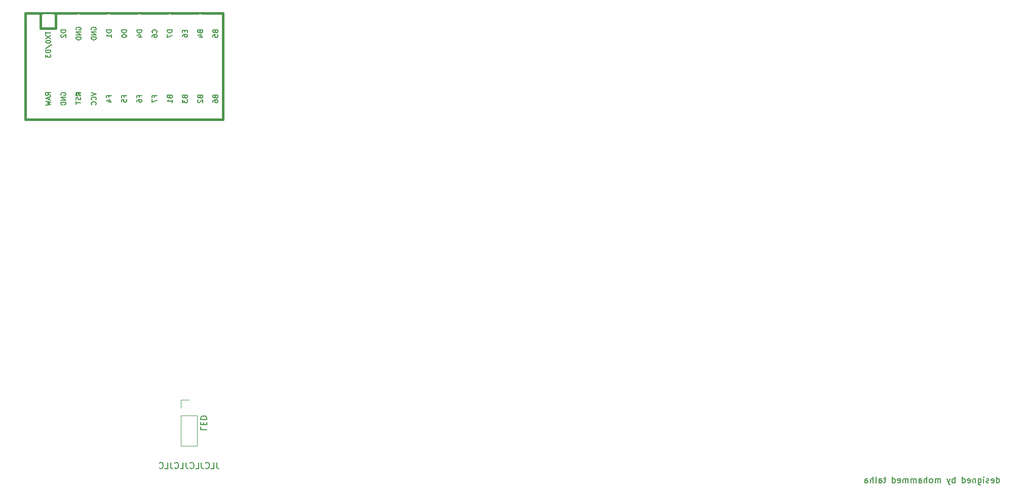
<source format=gbo>
G04 #@! TF.GenerationSoftware,KiCad,Pcbnew,9.0.2*
G04 #@! TF.CreationDate,2025-07-10T02:03:08+05:30*
G04 #@! TF.ProjectId,meowboard,6d656f77-626f-4617-9264-2e6b69636164,rev?*
G04 #@! TF.SameCoordinates,Original*
G04 #@! TF.FileFunction,Legend,Bot*
G04 #@! TF.FilePolarity,Positive*
%FSLAX46Y46*%
G04 Gerber Fmt 4.6, Leading zero omitted, Abs format (unit mm)*
G04 Created by KiCad (PCBNEW 9.0.2) date 2025-07-10 02:03:08*
%MOMM*%
%LPD*%
G01*
G04 APERTURE LIST*
%ADD10C,0.150000*%
%ADD11C,0.381000*%
%ADD12C,0.120000*%
%ADD13R,1.752600X1.752600*%
%ADD14C,1.752600*%
%ADD15C,1.700000*%
%ADD16C,4.000000*%
%ADD17C,2.200000*%
%ADD18C,1.600000*%
%ADD19C,3.050000*%
%ADD20R,1.500000X1.500000*%
%ADD21O,1.500000X1.500000*%
%ADD22R,1.600000X1.600000*%
%ADD23O,1.600000X1.600000*%
%ADD24R,1.700000X1.700000*%
%ADD25O,1.700000X1.700000*%
%ADD26O,2.000000X3.200000*%
%ADD27R,2.000000X2.000000*%
%ADD28C,2.000000*%
G04 APERTURE END LIST*
D10*
X85794048Y-116442319D02*
X85794048Y-117156604D01*
X85794048Y-117156604D02*
X85841667Y-117299461D01*
X85841667Y-117299461D02*
X85936905Y-117394700D01*
X85936905Y-117394700D02*
X86079762Y-117442319D01*
X86079762Y-117442319D02*
X86175000Y-117442319D01*
X84841667Y-117442319D02*
X85317857Y-117442319D01*
X85317857Y-117442319D02*
X85317857Y-116442319D01*
X83936905Y-117347080D02*
X83984524Y-117394700D01*
X83984524Y-117394700D02*
X84127381Y-117442319D01*
X84127381Y-117442319D02*
X84222619Y-117442319D01*
X84222619Y-117442319D02*
X84365476Y-117394700D01*
X84365476Y-117394700D02*
X84460714Y-117299461D01*
X84460714Y-117299461D02*
X84508333Y-117204223D01*
X84508333Y-117204223D02*
X84555952Y-117013747D01*
X84555952Y-117013747D02*
X84555952Y-116870890D01*
X84555952Y-116870890D02*
X84508333Y-116680414D01*
X84508333Y-116680414D02*
X84460714Y-116585176D01*
X84460714Y-116585176D02*
X84365476Y-116489938D01*
X84365476Y-116489938D02*
X84222619Y-116442319D01*
X84222619Y-116442319D02*
X84127381Y-116442319D01*
X84127381Y-116442319D02*
X83984524Y-116489938D01*
X83984524Y-116489938D02*
X83936905Y-116537557D01*
X83222619Y-116442319D02*
X83222619Y-117156604D01*
X83222619Y-117156604D02*
X83270238Y-117299461D01*
X83270238Y-117299461D02*
X83365476Y-117394700D01*
X83365476Y-117394700D02*
X83508333Y-117442319D01*
X83508333Y-117442319D02*
X83603571Y-117442319D01*
X82270238Y-117442319D02*
X82746428Y-117442319D01*
X82746428Y-117442319D02*
X82746428Y-116442319D01*
X81365476Y-117347080D02*
X81413095Y-117394700D01*
X81413095Y-117394700D02*
X81555952Y-117442319D01*
X81555952Y-117442319D02*
X81651190Y-117442319D01*
X81651190Y-117442319D02*
X81794047Y-117394700D01*
X81794047Y-117394700D02*
X81889285Y-117299461D01*
X81889285Y-117299461D02*
X81936904Y-117204223D01*
X81936904Y-117204223D02*
X81984523Y-117013747D01*
X81984523Y-117013747D02*
X81984523Y-116870890D01*
X81984523Y-116870890D02*
X81936904Y-116680414D01*
X81936904Y-116680414D02*
X81889285Y-116585176D01*
X81889285Y-116585176D02*
X81794047Y-116489938D01*
X81794047Y-116489938D02*
X81651190Y-116442319D01*
X81651190Y-116442319D02*
X81555952Y-116442319D01*
X81555952Y-116442319D02*
X81413095Y-116489938D01*
X81413095Y-116489938D02*
X81365476Y-116537557D01*
X80651190Y-116442319D02*
X80651190Y-117156604D01*
X80651190Y-117156604D02*
X80698809Y-117299461D01*
X80698809Y-117299461D02*
X80794047Y-117394700D01*
X80794047Y-117394700D02*
X80936904Y-117442319D01*
X80936904Y-117442319D02*
X81032142Y-117442319D01*
X79698809Y-117442319D02*
X80174999Y-117442319D01*
X80174999Y-117442319D02*
X80174999Y-116442319D01*
X78794047Y-117347080D02*
X78841666Y-117394700D01*
X78841666Y-117394700D02*
X78984523Y-117442319D01*
X78984523Y-117442319D02*
X79079761Y-117442319D01*
X79079761Y-117442319D02*
X79222618Y-117394700D01*
X79222618Y-117394700D02*
X79317856Y-117299461D01*
X79317856Y-117299461D02*
X79365475Y-117204223D01*
X79365475Y-117204223D02*
X79413094Y-117013747D01*
X79413094Y-117013747D02*
X79413094Y-116870890D01*
X79413094Y-116870890D02*
X79365475Y-116680414D01*
X79365475Y-116680414D02*
X79317856Y-116585176D01*
X79317856Y-116585176D02*
X79222618Y-116489938D01*
X79222618Y-116489938D02*
X79079761Y-116442319D01*
X79079761Y-116442319D02*
X78984523Y-116442319D01*
X78984523Y-116442319D02*
X78841666Y-116489938D01*
X78841666Y-116489938D02*
X78794047Y-116537557D01*
X78079761Y-116442319D02*
X78079761Y-117156604D01*
X78079761Y-117156604D02*
X78127380Y-117299461D01*
X78127380Y-117299461D02*
X78222618Y-117394700D01*
X78222618Y-117394700D02*
X78365475Y-117442319D01*
X78365475Y-117442319D02*
X78460713Y-117442319D01*
X77127380Y-117442319D02*
X77603570Y-117442319D01*
X77603570Y-117442319D02*
X77603570Y-116442319D01*
X76222618Y-117347080D02*
X76270237Y-117394700D01*
X76270237Y-117394700D02*
X76413094Y-117442319D01*
X76413094Y-117442319D02*
X76508332Y-117442319D01*
X76508332Y-117442319D02*
X76651189Y-117394700D01*
X76651189Y-117394700D02*
X76746427Y-117299461D01*
X76746427Y-117299461D02*
X76794046Y-117204223D01*
X76794046Y-117204223D02*
X76841665Y-117013747D01*
X76841665Y-117013747D02*
X76841665Y-116870890D01*
X76841665Y-116870890D02*
X76794046Y-116680414D01*
X76794046Y-116680414D02*
X76746427Y-116585176D01*
X76746427Y-116585176D02*
X76651189Y-116489938D01*
X76651189Y-116489938D02*
X76508332Y-116442319D01*
X76508332Y-116442319D02*
X76413094Y-116442319D01*
X76413094Y-116442319D02*
X76270237Y-116489938D01*
X76270237Y-116489938D02*
X76222618Y-116537557D01*
X216086905Y-119829819D02*
X216086905Y-118829819D01*
X216086905Y-119782200D02*
X216182143Y-119829819D01*
X216182143Y-119829819D02*
X216372619Y-119829819D01*
X216372619Y-119829819D02*
X216467857Y-119782200D01*
X216467857Y-119782200D02*
X216515476Y-119734580D01*
X216515476Y-119734580D02*
X216563095Y-119639342D01*
X216563095Y-119639342D02*
X216563095Y-119353628D01*
X216563095Y-119353628D02*
X216515476Y-119258390D01*
X216515476Y-119258390D02*
X216467857Y-119210771D01*
X216467857Y-119210771D02*
X216372619Y-119163152D01*
X216372619Y-119163152D02*
X216182143Y-119163152D01*
X216182143Y-119163152D02*
X216086905Y-119210771D01*
X215229762Y-119782200D02*
X215325000Y-119829819D01*
X215325000Y-119829819D02*
X215515476Y-119829819D01*
X215515476Y-119829819D02*
X215610714Y-119782200D01*
X215610714Y-119782200D02*
X215658333Y-119686961D01*
X215658333Y-119686961D02*
X215658333Y-119306009D01*
X215658333Y-119306009D02*
X215610714Y-119210771D01*
X215610714Y-119210771D02*
X215515476Y-119163152D01*
X215515476Y-119163152D02*
X215325000Y-119163152D01*
X215325000Y-119163152D02*
X215229762Y-119210771D01*
X215229762Y-119210771D02*
X215182143Y-119306009D01*
X215182143Y-119306009D02*
X215182143Y-119401247D01*
X215182143Y-119401247D02*
X215658333Y-119496485D01*
X214801190Y-119782200D02*
X214705952Y-119829819D01*
X214705952Y-119829819D02*
X214515476Y-119829819D01*
X214515476Y-119829819D02*
X214420238Y-119782200D01*
X214420238Y-119782200D02*
X214372619Y-119686961D01*
X214372619Y-119686961D02*
X214372619Y-119639342D01*
X214372619Y-119639342D02*
X214420238Y-119544104D01*
X214420238Y-119544104D02*
X214515476Y-119496485D01*
X214515476Y-119496485D02*
X214658333Y-119496485D01*
X214658333Y-119496485D02*
X214753571Y-119448866D01*
X214753571Y-119448866D02*
X214801190Y-119353628D01*
X214801190Y-119353628D02*
X214801190Y-119306009D01*
X214801190Y-119306009D02*
X214753571Y-119210771D01*
X214753571Y-119210771D02*
X214658333Y-119163152D01*
X214658333Y-119163152D02*
X214515476Y-119163152D01*
X214515476Y-119163152D02*
X214420238Y-119210771D01*
X213944047Y-119829819D02*
X213944047Y-119163152D01*
X213944047Y-118829819D02*
X213991666Y-118877438D01*
X213991666Y-118877438D02*
X213944047Y-118925057D01*
X213944047Y-118925057D02*
X213896428Y-118877438D01*
X213896428Y-118877438D02*
X213944047Y-118829819D01*
X213944047Y-118829819D02*
X213944047Y-118925057D01*
X213039286Y-119163152D02*
X213039286Y-119972676D01*
X213039286Y-119972676D02*
X213086905Y-120067914D01*
X213086905Y-120067914D02*
X213134524Y-120115533D01*
X213134524Y-120115533D02*
X213229762Y-120163152D01*
X213229762Y-120163152D02*
X213372619Y-120163152D01*
X213372619Y-120163152D02*
X213467857Y-120115533D01*
X213039286Y-119782200D02*
X213134524Y-119829819D01*
X213134524Y-119829819D02*
X213325000Y-119829819D01*
X213325000Y-119829819D02*
X213420238Y-119782200D01*
X213420238Y-119782200D02*
X213467857Y-119734580D01*
X213467857Y-119734580D02*
X213515476Y-119639342D01*
X213515476Y-119639342D02*
X213515476Y-119353628D01*
X213515476Y-119353628D02*
X213467857Y-119258390D01*
X213467857Y-119258390D02*
X213420238Y-119210771D01*
X213420238Y-119210771D02*
X213325000Y-119163152D01*
X213325000Y-119163152D02*
X213134524Y-119163152D01*
X213134524Y-119163152D02*
X213039286Y-119210771D01*
X212563095Y-119163152D02*
X212563095Y-119829819D01*
X212563095Y-119258390D02*
X212515476Y-119210771D01*
X212515476Y-119210771D02*
X212420238Y-119163152D01*
X212420238Y-119163152D02*
X212277381Y-119163152D01*
X212277381Y-119163152D02*
X212182143Y-119210771D01*
X212182143Y-119210771D02*
X212134524Y-119306009D01*
X212134524Y-119306009D02*
X212134524Y-119829819D01*
X211277381Y-119782200D02*
X211372619Y-119829819D01*
X211372619Y-119829819D02*
X211563095Y-119829819D01*
X211563095Y-119829819D02*
X211658333Y-119782200D01*
X211658333Y-119782200D02*
X211705952Y-119686961D01*
X211705952Y-119686961D02*
X211705952Y-119306009D01*
X211705952Y-119306009D02*
X211658333Y-119210771D01*
X211658333Y-119210771D02*
X211563095Y-119163152D01*
X211563095Y-119163152D02*
X211372619Y-119163152D01*
X211372619Y-119163152D02*
X211277381Y-119210771D01*
X211277381Y-119210771D02*
X211229762Y-119306009D01*
X211229762Y-119306009D02*
X211229762Y-119401247D01*
X211229762Y-119401247D02*
X211705952Y-119496485D01*
X210372619Y-119829819D02*
X210372619Y-118829819D01*
X210372619Y-119782200D02*
X210467857Y-119829819D01*
X210467857Y-119829819D02*
X210658333Y-119829819D01*
X210658333Y-119829819D02*
X210753571Y-119782200D01*
X210753571Y-119782200D02*
X210801190Y-119734580D01*
X210801190Y-119734580D02*
X210848809Y-119639342D01*
X210848809Y-119639342D02*
X210848809Y-119353628D01*
X210848809Y-119353628D02*
X210801190Y-119258390D01*
X210801190Y-119258390D02*
X210753571Y-119210771D01*
X210753571Y-119210771D02*
X210658333Y-119163152D01*
X210658333Y-119163152D02*
X210467857Y-119163152D01*
X210467857Y-119163152D02*
X210372619Y-119210771D01*
X209134523Y-119829819D02*
X209134523Y-118829819D01*
X209134523Y-119210771D02*
X209039285Y-119163152D01*
X209039285Y-119163152D02*
X208848809Y-119163152D01*
X208848809Y-119163152D02*
X208753571Y-119210771D01*
X208753571Y-119210771D02*
X208705952Y-119258390D01*
X208705952Y-119258390D02*
X208658333Y-119353628D01*
X208658333Y-119353628D02*
X208658333Y-119639342D01*
X208658333Y-119639342D02*
X208705952Y-119734580D01*
X208705952Y-119734580D02*
X208753571Y-119782200D01*
X208753571Y-119782200D02*
X208848809Y-119829819D01*
X208848809Y-119829819D02*
X209039285Y-119829819D01*
X209039285Y-119829819D02*
X209134523Y-119782200D01*
X208324999Y-119163152D02*
X208086904Y-119829819D01*
X207848809Y-119163152D02*
X208086904Y-119829819D01*
X208086904Y-119829819D02*
X208182142Y-120067914D01*
X208182142Y-120067914D02*
X208229761Y-120115533D01*
X208229761Y-120115533D02*
X208324999Y-120163152D01*
X206705951Y-119829819D02*
X206705951Y-119163152D01*
X206705951Y-119258390D02*
X206658332Y-119210771D01*
X206658332Y-119210771D02*
X206563094Y-119163152D01*
X206563094Y-119163152D02*
X206420237Y-119163152D01*
X206420237Y-119163152D02*
X206324999Y-119210771D01*
X206324999Y-119210771D02*
X206277380Y-119306009D01*
X206277380Y-119306009D02*
X206277380Y-119829819D01*
X206277380Y-119306009D02*
X206229761Y-119210771D01*
X206229761Y-119210771D02*
X206134523Y-119163152D01*
X206134523Y-119163152D02*
X205991666Y-119163152D01*
X205991666Y-119163152D02*
X205896427Y-119210771D01*
X205896427Y-119210771D02*
X205848808Y-119306009D01*
X205848808Y-119306009D02*
X205848808Y-119829819D01*
X205229761Y-119829819D02*
X205324999Y-119782200D01*
X205324999Y-119782200D02*
X205372618Y-119734580D01*
X205372618Y-119734580D02*
X205420237Y-119639342D01*
X205420237Y-119639342D02*
X205420237Y-119353628D01*
X205420237Y-119353628D02*
X205372618Y-119258390D01*
X205372618Y-119258390D02*
X205324999Y-119210771D01*
X205324999Y-119210771D02*
X205229761Y-119163152D01*
X205229761Y-119163152D02*
X205086904Y-119163152D01*
X205086904Y-119163152D02*
X204991666Y-119210771D01*
X204991666Y-119210771D02*
X204944047Y-119258390D01*
X204944047Y-119258390D02*
X204896428Y-119353628D01*
X204896428Y-119353628D02*
X204896428Y-119639342D01*
X204896428Y-119639342D02*
X204944047Y-119734580D01*
X204944047Y-119734580D02*
X204991666Y-119782200D01*
X204991666Y-119782200D02*
X205086904Y-119829819D01*
X205086904Y-119829819D02*
X205229761Y-119829819D01*
X204467856Y-119829819D02*
X204467856Y-118829819D01*
X204039285Y-119829819D02*
X204039285Y-119306009D01*
X204039285Y-119306009D02*
X204086904Y-119210771D01*
X204086904Y-119210771D02*
X204182142Y-119163152D01*
X204182142Y-119163152D02*
X204324999Y-119163152D01*
X204324999Y-119163152D02*
X204420237Y-119210771D01*
X204420237Y-119210771D02*
X204467856Y-119258390D01*
X203134523Y-119829819D02*
X203134523Y-119306009D01*
X203134523Y-119306009D02*
X203182142Y-119210771D01*
X203182142Y-119210771D02*
X203277380Y-119163152D01*
X203277380Y-119163152D02*
X203467856Y-119163152D01*
X203467856Y-119163152D02*
X203563094Y-119210771D01*
X203134523Y-119782200D02*
X203229761Y-119829819D01*
X203229761Y-119829819D02*
X203467856Y-119829819D01*
X203467856Y-119829819D02*
X203563094Y-119782200D01*
X203563094Y-119782200D02*
X203610713Y-119686961D01*
X203610713Y-119686961D02*
X203610713Y-119591723D01*
X203610713Y-119591723D02*
X203563094Y-119496485D01*
X203563094Y-119496485D02*
X203467856Y-119448866D01*
X203467856Y-119448866D02*
X203229761Y-119448866D01*
X203229761Y-119448866D02*
X203134523Y-119401247D01*
X202658332Y-119829819D02*
X202658332Y-119163152D01*
X202658332Y-119258390D02*
X202610713Y-119210771D01*
X202610713Y-119210771D02*
X202515475Y-119163152D01*
X202515475Y-119163152D02*
X202372618Y-119163152D01*
X202372618Y-119163152D02*
X202277380Y-119210771D01*
X202277380Y-119210771D02*
X202229761Y-119306009D01*
X202229761Y-119306009D02*
X202229761Y-119829819D01*
X202229761Y-119306009D02*
X202182142Y-119210771D01*
X202182142Y-119210771D02*
X202086904Y-119163152D01*
X202086904Y-119163152D02*
X201944047Y-119163152D01*
X201944047Y-119163152D02*
X201848808Y-119210771D01*
X201848808Y-119210771D02*
X201801189Y-119306009D01*
X201801189Y-119306009D02*
X201801189Y-119829819D01*
X201324999Y-119829819D02*
X201324999Y-119163152D01*
X201324999Y-119258390D02*
X201277380Y-119210771D01*
X201277380Y-119210771D02*
X201182142Y-119163152D01*
X201182142Y-119163152D02*
X201039285Y-119163152D01*
X201039285Y-119163152D02*
X200944047Y-119210771D01*
X200944047Y-119210771D02*
X200896428Y-119306009D01*
X200896428Y-119306009D02*
X200896428Y-119829819D01*
X200896428Y-119306009D02*
X200848809Y-119210771D01*
X200848809Y-119210771D02*
X200753571Y-119163152D01*
X200753571Y-119163152D02*
X200610714Y-119163152D01*
X200610714Y-119163152D02*
X200515475Y-119210771D01*
X200515475Y-119210771D02*
X200467856Y-119306009D01*
X200467856Y-119306009D02*
X200467856Y-119829819D01*
X199610714Y-119782200D02*
X199705952Y-119829819D01*
X199705952Y-119829819D02*
X199896428Y-119829819D01*
X199896428Y-119829819D02*
X199991666Y-119782200D01*
X199991666Y-119782200D02*
X200039285Y-119686961D01*
X200039285Y-119686961D02*
X200039285Y-119306009D01*
X200039285Y-119306009D02*
X199991666Y-119210771D01*
X199991666Y-119210771D02*
X199896428Y-119163152D01*
X199896428Y-119163152D02*
X199705952Y-119163152D01*
X199705952Y-119163152D02*
X199610714Y-119210771D01*
X199610714Y-119210771D02*
X199563095Y-119306009D01*
X199563095Y-119306009D02*
X199563095Y-119401247D01*
X199563095Y-119401247D02*
X200039285Y-119496485D01*
X198705952Y-119829819D02*
X198705952Y-118829819D01*
X198705952Y-119782200D02*
X198801190Y-119829819D01*
X198801190Y-119829819D02*
X198991666Y-119829819D01*
X198991666Y-119829819D02*
X199086904Y-119782200D01*
X199086904Y-119782200D02*
X199134523Y-119734580D01*
X199134523Y-119734580D02*
X199182142Y-119639342D01*
X199182142Y-119639342D02*
X199182142Y-119353628D01*
X199182142Y-119353628D02*
X199134523Y-119258390D01*
X199134523Y-119258390D02*
X199086904Y-119210771D01*
X199086904Y-119210771D02*
X198991666Y-119163152D01*
X198991666Y-119163152D02*
X198801190Y-119163152D01*
X198801190Y-119163152D02*
X198705952Y-119210771D01*
X197610713Y-119163152D02*
X197229761Y-119163152D01*
X197467856Y-118829819D02*
X197467856Y-119686961D01*
X197467856Y-119686961D02*
X197420237Y-119782200D01*
X197420237Y-119782200D02*
X197324999Y-119829819D01*
X197324999Y-119829819D02*
X197229761Y-119829819D01*
X196467856Y-119829819D02*
X196467856Y-119306009D01*
X196467856Y-119306009D02*
X196515475Y-119210771D01*
X196515475Y-119210771D02*
X196610713Y-119163152D01*
X196610713Y-119163152D02*
X196801189Y-119163152D01*
X196801189Y-119163152D02*
X196896427Y-119210771D01*
X196467856Y-119782200D02*
X196563094Y-119829819D01*
X196563094Y-119829819D02*
X196801189Y-119829819D01*
X196801189Y-119829819D02*
X196896427Y-119782200D01*
X196896427Y-119782200D02*
X196944046Y-119686961D01*
X196944046Y-119686961D02*
X196944046Y-119591723D01*
X196944046Y-119591723D02*
X196896427Y-119496485D01*
X196896427Y-119496485D02*
X196801189Y-119448866D01*
X196801189Y-119448866D02*
X196563094Y-119448866D01*
X196563094Y-119448866D02*
X196467856Y-119401247D01*
X195848808Y-119829819D02*
X195944046Y-119782200D01*
X195944046Y-119782200D02*
X195991665Y-119686961D01*
X195991665Y-119686961D02*
X195991665Y-118829819D01*
X195467855Y-119829819D02*
X195467855Y-118829819D01*
X195039284Y-119829819D02*
X195039284Y-119306009D01*
X195039284Y-119306009D02*
X195086903Y-119210771D01*
X195086903Y-119210771D02*
X195182141Y-119163152D01*
X195182141Y-119163152D02*
X195324998Y-119163152D01*
X195324998Y-119163152D02*
X195420236Y-119210771D01*
X195420236Y-119210771D02*
X195467855Y-119258390D01*
X194134522Y-119829819D02*
X194134522Y-119306009D01*
X194134522Y-119306009D02*
X194182141Y-119210771D01*
X194182141Y-119210771D02*
X194277379Y-119163152D01*
X194277379Y-119163152D02*
X194467855Y-119163152D01*
X194467855Y-119163152D02*
X194563093Y-119210771D01*
X194134522Y-119782200D02*
X194229760Y-119829819D01*
X194229760Y-119829819D02*
X194467855Y-119829819D01*
X194467855Y-119829819D02*
X194563093Y-119782200D01*
X194563093Y-119782200D02*
X194610712Y-119686961D01*
X194610712Y-119686961D02*
X194610712Y-119591723D01*
X194610712Y-119591723D02*
X194563093Y-119496485D01*
X194563093Y-119496485D02*
X194467855Y-119448866D01*
X194467855Y-119448866D02*
X194229760Y-119448866D01*
X194229760Y-119448866D02*
X194134522Y-119401247D01*
X83107680Y-110467857D02*
X83107680Y-110944047D01*
X83107680Y-110944047D02*
X84107680Y-110944047D01*
X83631490Y-110134523D02*
X83631490Y-109801190D01*
X83107680Y-109658333D02*
X83107680Y-110134523D01*
X83107680Y-110134523D02*
X84107680Y-110134523D01*
X84107680Y-110134523D02*
X84107680Y-109658333D01*
X83107680Y-109229761D02*
X84107680Y-109229761D01*
X84107680Y-109229761D02*
X84107680Y-108991666D01*
X84107680Y-108991666D02*
X84060061Y-108848809D01*
X84060061Y-108848809D02*
X83964823Y-108753571D01*
X83964823Y-108753571D02*
X83869585Y-108705952D01*
X83869585Y-108705952D02*
X83679109Y-108658333D01*
X83679109Y-108658333D02*
X83536252Y-108658333D01*
X83536252Y-108658333D02*
X83345776Y-108705952D01*
X83345776Y-108705952D02*
X83250538Y-108753571D01*
X83250538Y-108753571D02*
X83155300Y-108848809D01*
X83155300Y-108848809D02*
X83107680Y-108991666D01*
X83107680Y-108991666D02*
X83107680Y-109229761D01*
X62335390Y-44066976D02*
X62297295Y-43990786D01*
X62297295Y-43990786D02*
X62297295Y-43876500D01*
X62297295Y-43876500D02*
X62335390Y-43762214D01*
X62335390Y-43762214D02*
X62411580Y-43686024D01*
X62411580Y-43686024D02*
X62487771Y-43647929D01*
X62487771Y-43647929D02*
X62640152Y-43609833D01*
X62640152Y-43609833D02*
X62754438Y-43609833D01*
X62754438Y-43609833D02*
X62906819Y-43647929D01*
X62906819Y-43647929D02*
X62983009Y-43686024D01*
X62983009Y-43686024D02*
X63059200Y-43762214D01*
X63059200Y-43762214D02*
X63097295Y-43876500D01*
X63097295Y-43876500D02*
X63097295Y-43952691D01*
X63097295Y-43952691D02*
X63059200Y-44066976D01*
X63059200Y-44066976D02*
X63021104Y-44105072D01*
X63021104Y-44105072D02*
X62754438Y-44105072D01*
X62754438Y-44105072D02*
X62754438Y-43952691D01*
X63097295Y-44447929D02*
X62297295Y-44447929D01*
X62297295Y-44447929D02*
X63097295Y-44905072D01*
X63097295Y-44905072D02*
X62297295Y-44905072D01*
X63097295Y-45286024D02*
X62297295Y-45286024D01*
X62297295Y-45286024D02*
X62297295Y-45476500D01*
X62297295Y-45476500D02*
X62335390Y-45590786D01*
X62335390Y-45590786D02*
X62411580Y-45666976D01*
X62411580Y-45666976D02*
X62487771Y-45705071D01*
X62487771Y-45705071D02*
X62640152Y-45743167D01*
X62640152Y-45743167D02*
X62754438Y-45743167D01*
X62754438Y-45743167D02*
X62906819Y-45705071D01*
X62906819Y-45705071D02*
X62983009Y-45666976D01*
X62983009Y-45666976D02*
X63059200Y-45590786D01*
X63059200Y-45590786D02*
X63097295Y-45476500D01*
X63097295Y-45476500D02*
X63097295Y-45286024D01*
X64837295Y-54531833D02*
X65637295Y-54798500D01*
X65637295Y-54798500D02*
X64837295Y-55065166D01*
X65561104Y-55788976D02*
X65599200Y-55750880D01*
X65599200Y-55750880D02*
X65637295Y-55636595D01*
X65637295Y-55636595D02*
X65637295Y-55560404D01*
X65637295Y-55560404D02*
X65599200Y-55446118D01*
X65599200Y-55446118D02*
X65523009Y-55369928D01*
X65523009Y-55369928D02*
X65446819Y-55331833D01*
X65446819Y-55331833D02*
X65294438Y-55293737D01*
X65294438Y-55293737D02*
X65180152Y-55293737D01*
X65180152Y-55293737D02*
X65027771Y-55331833D01*
X65027771Y-55331833D02*
X64951580Y-55369928D01*
X64951580Y-55369928D02*
X64875390Y-55446118D01*
X64875390Y-55446118D02*
X64837295Y-55560404D01*
X64837295Y-55560404D02*
X64837295Y-55636595D01*
X64837295Y-55636595D02*
X64875390Y-55750880D01*
X64875390Y-55750880D02*
X64913485Y-55788976D01*
X65561104Y-56588976D02*
X65599200Y-56550880D01*
X65599200Y-56550880D02*
X65637295Y-56436595D01*
X65637295Y-56436595D02*
X65637295Y-56360404D01*
X65637295Y-56360404D02*
X65599200Y-56246118D01*
X65599200Y-56246118D02*
X65523009Y-56169928D01*
X65523009Y-56169928D02*
X65446819Y-56131833D01*
X65446819Y-56131833D02*
X65294438Y-56093737D01*
X65294438Y-56093737D02*
X65180152Y-56093737D01*
X65180152Y-56093737D02*
X65027771Y-56131833D01*
X65027771Y-56131833D02*
X64951580Y-56169928D01*
X64951580Y-56169928D02*
X64875390Y-56246118D01*
X64875390Y-56246118D02*
X64837295Y-56360404D01*
X64837295Y-56360404D02*
X64837295Y-56436595D01*
X64837295Y-56436595D02*
X64875390Y-56550880D01*
X64875390Y-56550880D02*
X64913485Y-56588976D01*
X75378247Y-55331833D02*
X75378247Y-55065167D01*
X75797295Y-55065167D02*
X74997295Y-55065167D01*
X74997295Y-55065167D02*
X74997295Y-55446119D01*
X74997295Y-55674690D02*
X74997295Y-56208024D01*
X74997295Y-56208024D02*
X75797295Y-55865166D01*
X82998247Y-55274690D02*
X83036342Y-55388976D01*
X83036342Y-55388976D02*
X83074438Y-55427071D01*
X83074438Y-55427071D02*
X83150628Y-55465167D01*
X83150628Y-55465167D02*
X83264914Y-55465167D01*
X83264914Y-55465167D02*
X83341104Y-55427071D01*
X83341104Y-55427071D02*
X83379200Y-55388976D01*
X83379200Y-55388976D02*
X83417295Y-55312786D01*
X83417295Y-55312786D02*
X83417295Y-55008024D01*
X83417295Y-55008024D02*
X82617295Y-55008024D01*
X82617295Y-55008024D02*
X82617295Y-55274690D01*
X82617295Y-55274690D02*
X82655390Y-55350881D01*
X82655390Y-55350881D02*
X82693485Y-55388976D01*
X82693485Y-55388976D02*
X82769676Y-55427071D01*
X82769676Y-55427071D02*
X82845866Y-55427071D01*
X82845866Y-55427071D02*
X82922057Y-55388976D01*
X82922057Y-55388976D02*
X82960152Y-55350881D01*
X82960152Y-55350881D02*
X82998247Y-55274690D01*
X82998247Y-55274690D02*
X82998247Y-55008024D01*
X82693485Y-55769928D02*
X82655390Y-55808024D01*
X82655390Y-55808024D02*
X82617295Y-55884214D01*
X82617295Y-55884214D02*
X82617295Y-56074690D01*
X82617295Y-56074690D02*
X82655390Y-56150881D01*
X82655390Y-56150881D02*
X82693485Y-56188976D01*
X82693485Y-56188976D02*
X82769676Y-56227071D01*
X82769676Y-56227071D02*
X82845866Y-56227071D01*
X82845866Y-56227071D02*
X82960152Y-56188976D01*
X82960152Y-56188976D02*
X83417295Y-55731833D01*
X83417295Y-55731833D02*
X83417295Y-56227071D01*
X60557295Y-44086024D02*
X59757295Y-44086024D01*
X59757295Y-44086024D02*
X59757295Y-44276500D01*
X59757295Y-44276500D02*
X59795390Y-44390786D01*
X59795390Y-44390786D02*
X59871580Y-44466976D01*
X59871580Y-44466976D02*
X59947771Y-44505071D01*
X59947771Y-44505071D02*
X60100152Y-44543167D01*
X60100152Y-44543167D02*
X60214438Y-44543167D01*
X60214438Y-44543167D02*
X60366819Y-44505071D01*
X60366819Y-44505071D02*
X60443009Y-44466976D01*
X60443009Y-44466976D02*
X60519200Y-44390786D01*
X60519200Y-44390786D02*
X60557295Y-44276500D01*
X60557295Y-44276500D02*
X60557295Y-44086024D01*
X59833485Y-44847928D02*
X59795390Y-44886024D01*
X59795390Y-44886024D02*
X59757295Y-44962214D01*
X59757295Y-44962214D02*
X59757295Y-45152690D01*
X59757295Y-45152690D02*
X59795390Y-45228881D01*
X59795390Y-45228881D02*
X59833485Y-45266976D01*
X59833485Y-45266976D02*
X59909676Y-45305071D01*
X59909676Y-45305071D02*
X59985866Y-45305071D01*
X59985866Y-45305071D02*
X60100152Y-45266976D01*
X60100152Y-45266976D02*
X60557295Y-44809833D01*
X60557295Y-44809833D02*
X60557295Y-45305071D01*
X85538247Y-55274690D02*
X85576342Y-55388976D01*
X85576342Y-55388976D02*
X85614438Y-55427071D01*
X85614438Y-55427071D02*
X85690628Y-55465167D01*
X85690628Y-55465167D02*
X85804914Y-55465167D01*
X85804914Y-55465167D02*
X85881104Y-55427071D01*
X85881104Y-55427071D02*
X85919200Y-55388976D01*
X85919200Y-55388976D02*
X85957295Y-55312786D01*
X85957295Y-55312786D02*
X85957295Y-55008024D01*
X85957295Y-55008024D02*
X85157295Y-55008024D01*
X85157295Y-55008024D02*
X85157295Y-55274690D01*
X85157295Y-55274690D02*
X85195390Y-55350881D01*
X85195390Y-55350881D02*
X85233485Y-55388976D01*
X85233485Y-55388976D02*
X85309676Y-55427071D01*
X85309676Y-55427071D02*
X85385866Y-55427071D01*
X85385866Y-55427071D02*
X85462057Y-55388976D01*
X85462057Y-55388976D02*
X85500152Y-55350881D01*
X85500152Y-55350881D02*
X85538247Y-55274690D01*
X85538247Y-55274690D02*
X85538247Y-55008024D01*
X85157295Y-56150881D02*
X85157295Y-55998500D01*
X85157295Y-55998500D02*
X85195390Y-55922309D01*
X85195390Y-55922309D02*
X85233485Y-55884214D01*
X85233485Y-55884214D02*
X85347771Y-55808024D01*
X85347771Y-55808024D02*
X85500152Y-55769928D01*
X85500152Y-55769928D02*
X85804914Y-55769928D01*
X85804914Y-55769928D02*
X85881104Y-55808024D01*
X85881104Y-55808024D02*
X85919200Y-55846119D01*
X85919200Y-55846119D02*
X85957295Y-55922309D01*
X85957295Y-55922309D02*
X85957295Y-56074690D01*
X85957295Y-56074690D02*
X85919200Y-56150881D01*
X85919200Y-56150881D02*
X85881104Y-56188976D01*
X85881104Y-56188976D02*
X85804914Y-56227071D01*
X85804914Y-56227071D02*
X85614438Y-56227071D01*
X85614438Y-56227071D02*
X85538247Y-56188976D01*
X85538247Y-56188976D02*
X85500152Y-56150881D01*
X85500152Y-56150881D02*
X85462057Y-56074690D01*
X85462057Y-56074690D02*
X85462057Y-55922309D01*
X85462057Y-55922309D02*
X85500152Y-55846119D01*
X85500152Y-55846119D02*
X85538247Y-55808024D01*
X85538247Y-55808024D02*
X85614438Y-55769928D01*
X57217295Y-44375151D02*
X57217295Y-44832294D01*
X58017295Y-44603722D02*
X57217295Y-44603722D01*
X57217295Y-45022770D02*
X58017295Y-45556104D01*
X57217295Y-45556104D02*
X58017295Y-45022770D01*
X57217295Y-46013247D02*
X57217295Y-46089437D01*
X57217295Y-46089437D02*
X57255390Y-46165628D01*
X57255390Y-46165628D02*
X57293485Y-46203723D01*
X57293485Y-46203723D02*
X57369676Y-46241818D01*
X57369676Y-46241818D02*
X57522057Y-46279913D01*
X57522057Y-46279913D02*
X57712533Y-46279913D01*
X57712533Y-46279913D02*
X57864914Y-46241818D01*
X57864914Y-46241818D02*
X57941104Y-46203723D01*
X57941104Y-46203723D02*
X57979200Y-46165628D01*
X57979200Y-46165628D02*
X58017295Y-46089437D01*
X58017295Y-46089437D02*
X58017295Y-46013247D01*
X58017295Y-46013247D02*
X57979200Y-45937056D01*
X57979200Y-45937056D02*
X57941104Y-45898961D01*
X57941104Y-45898961D02*
X57864914Y-45860866D01*
X57864914Y-45860866D02*
X57712533Y-45822770D01*
X57712533Y-45822770D02*
X57522057Y-45822770D01*
X57522057Y-45822770D02*
X57369676Y-45860866D01*
X57369676Y-45860866D02*
X57293485Y-45898961D01*
X57293485Y-45898961D02*
X57255390Y-45937056D01*
X57255390Y-45937056D02*
X57217295Y-46013247D01*
X57179200Y-47194199D02*
X58207771Y-46508485D01*
X58017295Y-47460866D02*
X57217295Y-47460866D01*
X57217295Y-47460866D02*
X57217295Y-47651342D01*
X57217295Y-47651342D02*
X57255390Y-47765628D01*
X57255390Y-47765628D02*
X57331580Y-47841818D01*
X57331580Y-47841818D02*
X57407771Y-47879913D01*
X57407771Y-47879913D02*
X57560152Y-47918009D01*
X57560152Y-47918009D02*
X57674438Y-47918009D01*
X57674438Y-47918009D02*
X57826819Y-47879913D01*
X57826819Y-47879913D02*
X57903009Y-47841818D01*
X57903009Y-47841818D02*
X57979200Y-47765628D01*
X57979200Y-47765628D02*
X58017295Y-47651342D01*
X58017295Y-47651342D02*
X58017295Y-47460866D01*
X57217295Y-48184675D02*
X57217295Y-48679913D01*
X57217295Y-48679913D02*
X57522057Y-48413247D01*
X57522057Y-48413247D02*
X57522057Y-48527532D01*
X57522057Y-48527532D02*
X57560152Y-48603723D01*
X57560152Y-48603723D02*
X57598247Y-48641818D01*
X57598247Y-48641818D02*
X57674438Y-48679913D01*
X57674438Y-48679913D02*
X57864914Y-48679913D01*
X57864914Y-48679913D02*
X57941104Y-48641818D01*
X57941104Y-48641818D02*
X57979200Y-48603723D01*
X57979200Y-48603723D02*
X58017295Y-48527532D01*
X58017295Y-48527532D02*
X58017295Y-48298961D01*
X58017295Y-48298961D02*
X57979200Y-48222770D01*
X57979200Y-48222770D02*
X57941104Y-48184675D01*
X85538247Y-44352690D02*
X85576342Y-44466976D01*
X85576342Y-44466976D02*
X85614438Y-44505071D01*
X85614438Y-44505071D02*
X85690628Y-44543167D01*
X85690628Y-44543167D02*
X85804914Y-44543167D01*
X85804914Y-44543167D02*
X85881104Y-44505071D01*
X85881104Y-44505071D02*
X85919200Y-44466976D01*
X85919200Y-44466976D02*
X85957295Y-44390786D01*
X85957295Y-44390786D02*
X85957295Y-44086024D01*
X85957295Y-44086024D02*
X85157295Y-44086024D01*
X85157295Y-44086024D02*
X85157295Y-44352690D01*
X85157295Y-44352690D02*
X85195390Y-44428881D01*
X85195390Y-44428881D02*
X85233485Y-44466976D01*
X85233485Y-44466976D02*
X85309676Y-44505071D01*
X85309676Y-44505071D02*
X85385866Y-44505071D01*
X85385866Y-44505071D02*
X85462057Y-44466976D01*
X85462057Y-44466976D02*
X85500152Y-44428881D01*
X85500152Y-44428881D02*
X85538247Y-44352690D01*
X85538247Y-44352690D02*
X85538247Y-44086024D01*
X85157295Y-45266976D02*
X85157295Y-44886024D01*
X85157295Y-44886024D02*
X85538247Y-44847928D01*
X85538247Y-44847928D02*
X85500152Y-44886024D01*
X85500152Y-44886024D02*
X85462057Y-44962214D01*
X85462057Y-44962214D02*
X85462057Y-45152690D01*
X85462057Y-45152690D02*
X85500152Y-45228881D01*
X85500152Y-45228881D02*
X85538247Y-45266976D01*
X85538247Y-45266976D02*
X85614438Y-45305071D01*
X85614438Y-45305071D02*
X85804914Y-45305071D01*
X85804914Y-45305071D02*
X85881104Y-45266976D01*
X85881104Y-45266976D02*
X85919200Y-45228881D01*
X85919200Y-45228881D02*
X85957295Y-45152690D01*
X85957295Y-45152690D02*
X85957295Y-44962214D01*
X85957295Y-44962214D02*
X85919200Y-44886024D01*
X85919200Y-44886024D02*
X85881104Y-44847928D01*
X63029200Y-55337286D02*
X63067295Y-55451572D01*
X63067295Y-55451572D02*
X63067295Y-55642048D01*
X63067295Y-55642048D02*
X63029200Y-55718239D01*
X63029200Y-55718239D02*
X62991104Y-55756334D01*
X62991104Y-55756334D02*
X62914914Y-55794429D01*
X62914914Y-55794429D02*
X62838723Y-55794429D01*
X62838723Y-55794429D02*
X62762533Y-55756334D01*
X62762533Y-55756334D02*
X62724438Y-55718239D01*
X62724438Y-55718239D02*
X62686342Y-55642048D01*
X62686342Y-55642048D02*
X62648247Y-55489667D01*
X62648247Y-55489667D02*
X62610152Y-55413477D01*
X62610152Y-55413477D02*
X62572057Y-55375382D01*
X62572057Y-55375382D02*
X62495866Y-55337286D01*
X62495866Y-55337286D02*
X62419676Y-55337286D01*
X62419676Y-55337286D02*
X62343485Y-55375382D01*
X62343485Y-55375382D02*
X62305390Y-55413477D01*
X62305390Y-55413477D02*
X62267295Y-55489667D01*
X62267295Y-55489667D02*
X62267295Y-55680144D01*
X62267295Y-55680144D02*
X62305390Y-55794429D01*
X62267295Y-56023001D02*
X62267295Y-56480144D01*
X63067295Y-56251572D02*
X62267295Y-56251572D01*
X80458247Y-55274690D02*
X80496342Y-55388976D01*
X80496342Y-55388976D02*
X80534438Y-55427071D01*
X80534438Y-55427071D02*
X80610628Y-55465167D01*
X80610628Y-55465167D02*
X80724914Y-55465167D01*
X80724914Y-55465167D02*
X80801104Y-55427071D01*
X80801104Y-55427071D02*
X80839200Y-55388976D01*
X80839200Y-55388976D02*
X80877295Y-55312786D01*
X80877295Y-55312786D02*
X80877295Y-55008024D01*
X80877295Y-55008024D02*
X80077295Y-55008024D01*
X80077295Y-55008024D02*
X80077295Y-55274690D01*
X80077295Y-55274690D02*
X80115390Y-55350881D01*
X80115390Y-55350881D02*
X80153485Y-55388976D01*
X80153485Y-55388976D02*
X80229676Y-55427071D01*
X80229676Y-55427071D02*
X80305866Y-55427071D01*
X80305866Y-55427071D02*
X80382057Y-55388976D01*
X80382057Y-55388976D02*
X80420152Y-55350881D01*
X80420152Y-55350881D02*
X80458247Y-55274690D01*
X80458247Y-55274690D02*
X80458247Y-55008024D01*
X80077295Y-55731833D02*
X80077295Y-56227071D01*
X80077295Y-56227071D02*
X80382057Y-55960405D01*
X80382057Y-55960405D02*
X80382057Y-56074690D01*
X80382057Y-56074690D02*
X80420152Y-56150881D01*
X80420152Y-56150881D02*
X80458247Y-56188976D01*
X80458247Y-56188976D02*
X80534438Y-56227071D01*
X80534438Y-56227071D02*
X80724914Y-56227071D01*
X80724914Y-56227071D02*
X80801104Y-56188976D01*
X80801104Y-56188976D02*
X80839200Y-56150881D01*
X80839200Y-56150881D02*
X80877295Y-56074690D01*
X80877295Y-56074690D02*
X80877295Y-55846119D01*
X80877295Y-55846119D02*
X80839200Y-55769928D01*
X80839200Y-55769928D02*
X80801104Y-55731833D01*
X77918247Y-55274690D02*
X77956342Y-55388976D01*
X77956342Y-55388976D02*
X77994438Y-55427071D01*
X77994438Y-55427071D02*
X78070628Y-55465167D01*
X78070628Y-55465167D02*
X78184914Y-55465167D01*
X78184914Y-55465167D02*
X78261104Y-55427071D01*
X78261104Y-55427071D02*
X78299200Y-55388976D01*
X78299200Y-55388976D02*
X78337295Y-55312786D01*
X78337295Y-55312786D02*
X78337295Y-55008024D01*
X78337295Y-55008024D02*
X77537295Y-55008024D01*
X77537295Y-55008024D02*
X77537295Y-55274690D01*
X77537295Y-55274690D02*
X77575390Y-55350881D01*
X77575390Y-55350881D02*
X77613485Y-55388976D01*
X77613485Y-55388976D02*
X77689676Y-55427071D01*
X77689676Y-55427071D02*
X77765866Y-55427071D01*
X77765866Y-55427071D02*
X77842057Y-55388976D01*
X77842057Y-55388976D02*
X77880152Y-55350881D01*
X77880152Y-55350881D02*
X77918247Y-55274690D01*
X77918247Y-55274690D02*
X77918247Y-55008024D01*
X78337295Y-56227071D02*
X78337295Y-55769928D01*
X78337295Y-55998500D02*
X77537295Y-55998500D01*
X77537295Y-55998500D02*
X77651580Y-55922309D01*
X77651580Y-55922309D02*
X77727771Y-55846119D01*
X77727771Y-55846119D02*
X77765866Y-55769928D01*
X72838247Y-55331833D02*
X72838247Y-55065167D01*
X73257295Y-55065167D02*
X72457295Y-55065167D01*
X72457295Y-55065167D02*
X72457295Y-55446119D01*
X72457295Y-56093738D02*
X72457295Y-55941357D01*
X72457295Y-55941357D02*
X72495390Y-55865166D01*
X72495390Y-55865166D02*
X72533485Y-55827071D01*
X72533485Y-55827071D02*
X72647771Y-55750881D01*
X72647771Y-55750881D02*
X72800152Y-55712785D01*
X72800152Y-55712785D02*
X73104914Y-55712785D01*
X73104914Y-55712785D02*
X73181104Y-55750881D01*
X73181104Y-55750881D02*
X73219200Y-55788976D01*
X73219200Y-55788976D02*
X73257295Y-55865166D01*
X73257295Y-55865166D02*
X73257295Y-56017547D01*
X73257295Y-56017547D02*
X73219200Y-56093738D01*
X73219200Y-56093738D02*
X73181104Y-56131833D01*
X73181104Y-56131833D02*
X73104914Y-56169928D01*
X73104914Y-56169928D02*
X72914438Y-56169928D01*
X72914438Y-56169928D02*
X72838247Y-56131833D01*
X72838247Y-56131833D02*
X72800152Y-56093738D01*
X72800152Y-56093738D02*
X72762057Y-56017547D01*
X72762057Y-56017547D02*
X72762057Y-55865166D01*
X72762057Y-55865166D02*
X72800152Y-55788976D01*
X72800152Y-55788976D02*
X72838247Y-55750881D01*
X72838247Y-55750881D02*
X72914438Y-55712785D01*
X82998247Y-44352690D02*
X83036342Y-44466976D01*
X83036342Y-44466976D02*
X83074438Y-44505071D01*
X83074438Y-44505071D02*
X83150628Y-44543167D01*
X83150628Y-44543167D02*
X83264914Y-44543167D01*
X83264914Y-44543167D02*
X83341104Y-44505071D01*
X83341104Y-44505071D02*
X83379200Y-44466976D01*
X83379200Y-44466976D02*
X83417295Y-44390786D01*
X83417295Y-44390786D02*
X83417295Y-44086024D01*
X83417295Y-44086024D02*
X82617295Y-44086024D01*
X82617295Y-44086024D02*
X82617295Y-44352690D01*
X82617295Y-44352690D02*
X82655390Y-44428881D01*
X82655390Y-44428881D02*
X82693485Y-44466976D01*
X82693485Y-44466976D02*
X82769676Y-44505071D01*
X82769676Y-44505071D02*
X82845866Y-44505071D01*
X82845866Y-44505071D02*
X82922057Y-44466976D01*
X82922057Y-44466976D02*
X82960152Y-44428881D01*
X82960152Y-44428881D02*
X82998247Y-44352690D01*
X82998247Y-44352690D02*
X82998247Y-44086024D01*
X82883961Y-45228881D02*
X83417295Y-45228881D01*
X82579200Y-45038405D02*
X83150628Y-44847928D01*
X83150628Y-44847928D02*
X83150628Y-45343167D01*
X75721104Y-44543167D02*
X75759200Y-44505071D01*
X75759200Y-44505071D02*
X75797295Y-44390786D01*
X75797295Y-44390786D02*
X75797295Y-44314595D01*
X75797295Y-44314595D02*
X75759200Y-44200309D01*
X75759200Y-44200309D02*
X75683009Y-44124119D01*
X75683009Y-44124119D02*
X75606819Y-44086024D01*
X75606819Y-44086024D02*
X75454438Y-44047928D01*
X75454438Y-44047928D02*
X75340152Y-44047928D01*
X75340152Y-44047928D02*
X75187771Y-44086024D01*
X75187771Y-44086024D02*
X75111580Y-44124119D01*
X75111580Y-44124119D02*
X75035390Y-44200309D01*
X75035390Y-44200309D02*
X74997295Y-44314595D01*
X74997295Y-44314595D02*
X74997295Y-44390786D01*
X74997295Y-44390786D02*
X75035390Y-44505071D01*
X75035390Y-44505071D02*
X75073485Y-44543167D01*
X74997295Y-45228881D02*
X74997295Y-45076500D01*
X74997295Y-45076500D02*
X75035390Y-45000309D01*
X75035390Y-45000309D02*
X75073485Y-44962214D01*
X75073485Y-44962214D02*
X75187771Y-44886024D01*
X75187771Y-44886024D02*
X75340152Y-44847928D01*
X75340152Y-44847928D02*
X75644914Y-44847928D01*
X75644914Y-44847928D02*
X75721104Y-44886024D01*
X75721104Y-44886024D02*
X75759200Y-44924119D01*
X75759200Y-44924119D02*
X75797295Y-45000309D01*
X75797295Y-45000309D02*
X75797295Y-45152690D01*
X75797295Y-45152690D02*
X75759200Y-45228881D01*
X75759200Y-45228881D02*
X75721104Y-45266976D01*
X75721104Y-45266976D02*
X75644914Y-45305071D01*
X75644914Y-45305071D02*
X75454438Y-45305071D01*
X75454438Y-45305071D02*
X75378247Y-45266976D01*
X75378247Y-45266976D02*
X75340152Y-45228881D01*
X75340152Y-45228881D02*
X75302057Y-45152690D01*
X75302057Y-45152690D02*
X75302057Y-45000309D01*
X75302057Y-45000309D02*
X75340152Y-44924119D01*
X75340152Y-44924119D02*
X75378247Y-44886024D01*
X75378247Y-44886024D02*
X75454438Y-44847928D01*
X58017295Y-55046119D02*
X57636342Y-54779452D01*
X58017295Y-54588976D02*
X57217295Y-54588976D01*
X57217295Y-54588976D02*
X57217295Y-54893738D01*
X57217295Y-54893738D02*
X57255390Y-54969928D01*
X57255390Y-54969928D02*
X57293485Y-55008023D01*
X57293485Y-55008023D02*
X57369676Y-55046119D01*
X57369676Y-55046119D02*
X57483961Y-55046119D01*
X57483961Y-55046119D02*
X57560152Y-55008023D01*
X57560152Y-55008023D02*
X57598247Y-54969928D01*
X57598247Y-54969928D02*
X57636342Y-54893738D01*
X57636342Y-54893738D02*
X57636342Y-54588976D01*
X57788723Y-55350880D02*
X57788723Y-55731833D01*
X58017295Y-55274690D02*
X57217295Y-55541357D01*
X57217295Y-55541357D02*
X58017295Y-55808023D01*
X57217295Y-55998499D02*
X58017295Y-56188975D01*
X58017295Y-56188975D02*
X57445866Y-56341356D01*
X57445866Y-56341356D02*
X58017295Y-56493737D01*
X58017295Y-56493737D02*
X57217295Y-56684214D01*
X64875390Y-44066976D02*
X64837295Y-43990786D01*
X64837295Y-43990786D02*
X64837295Y-43876500D01*
X64837295Y-43876500D02*
X64875390Y-43762214D01*
X64875390Y-43762214D02*
X64951580Y-43686024D01*
X64951580Y-43686024D02*
X65027771Y-43647929D01*
X65027771Y-43647929D02*
X65180152Y-43609833D01*
X65180152Y-43609833D02*
X65294438Y-43609833D01*
X65294438Y-43609833D02*
X65446819Y-43647929D01*
X65446819Y-43647929D02*
X65523009Y-43686024D01*
X65523009Y-43686024D02*
X65599200Y-43762214D01*
X65599200Y-43762214D02*
X65637295Y-43876500D01*
X65637295Y-43876500D02*
X65637295Y-43952691D01*
X65637295Y-43952691D02*
X65599200Y-44066976D01*
X65599200Y-44066976D02*
X65561104Y-44105072D01*
X65561104Y-44105072D02*
X65294438Y-44105072D01*
X65294438Y-44105072D02*
X65294438Y-43952691D01*
X65637295Y-44447929D02*
X64837295Y-44447929D01*
X64837295Y-44447929D02*
X65637295Y-44905072D01*
X65637295Y-44905072D02*
X64837295Y-44905072D01*
X65637295Y-45286024D02*
X64837295Y-45286024D01*
X64837295Y-45286024D02*
X64837295Y-45476500D01*
X64837295Y-45476500D02*
X64875390Y-45590786D01*
X64875390Y-45590786D02*
X64951580Y-45666976D01*
X64951580Y-45666976D02*
X65027771Y-45705071D01*
X65027771Y-45705071D02*
X65180152Y-45743167D01*
X65180152Y-45743167D02*
X65294438Y-45743167D01*
X65294438Y-45743167D02*
X65446819Y-45705071D01*
X65446819Y-45705071D02*
X65523009Y-45666976D01*
X65523009Y-45666976D02*
X65599200Y-45590786D01*
X65599200Y-45590786D02*
X65637295Y-45476500D01*
X65637295Y-45476500D02*
X65637295Y-45286024D01*
X70717295Y-44086024D02*
X69917295Y-44086024D01*
X69917295Y-44086024D02*
X69917295Y-44276500D01*
X69917295Y-44276500D02*
X69955390Y-44390786D01*
X69955390Y-44390786D02*
X70031580Y-44466976D01*
X70031580Y-44466976D02*
X70107771Y-44505071D01*
X70107771Y-44505071D02*
X70260152Y-44543167D01*
X70260152Y-44543167D02*
X70374438Y-44543167D01*
X70374438Y-44543167D02*
X70526819Y-44505071D01*
X70526819Y-44505071D02*
X70603009Y-44466976D01*
X70603009Y-44466976D02*
X70679200Y-44390786D01*
X70679200Y-44390786D02*
X70717295Y-44276500D01*
X70717295Y-44276500D02*
X70717295Y-44086024D01*
X69917295Y-45038405D02*
X69917295Y-45114595D01*
X69917295Y-45114595D02*
X69955390Y-45190786D01*
X69955390Y-45190786D02*
X69993485Y-45228881D01*
X69993485Y-45228881D02*
X70069676Y-45266976D01*
X70069676Y-45266976D02*
X70222057Y-45305071D01*
X70222057Y-45305071D02*
X70412533Y-45305071D01*
X70412533Y-45305071D02*
X70564914Y-45266976D01*
X70564914Y-45266976D02*
X70641104Y-45228881D01*
X70641104Y-45228881D02*
X70679200Y-45190786D01*
X70679200Y-45190786D02*
X70717295Y-45114595D01*
X70717295Y-45114595D02*
X70717295Y-45038405D01*
X70717295Y-45038405D02*
X70679200Y-44962214D01*
X70679200Y-44962214D02*
X70641104Y-44924119D01*
X70641104Y-44924119D02*
X70564914Y-44886024D01*
X70564914Y-44886024D02*
X70412533Y-44847928D01*
X70412533Y-44847928D02*
X70222057Y-44847928D01*
X70222057Y-44847928D02*
X70069676Y-44886024D01*
X70069676Y-44886024D02*
X69993485Y-44924119D01*
X69993485Y-44924119D02*
X69955390Y-44962214D01*
X69955390Y-44962214D02*
X69917295Y-45038405D01*
X59795390Y-54988976D02*
X59757295Y-54912786D01*
X59757295Y-54912786D02*
X59757295Y-54798500D01*
X59757295Y-54798500D02*
X59795390Y-54684214D01*
X59795390Y-54684214D02*
X59871580Y-54608024D01*
X59871580Y-54608024D02*
X59947771Y-54569929D01*
X59947771Y-54569929D02*
X60100152Y-54531833D01*
X60100152Y-54531833D02*
X60214438Y-54531833D01*
X60214438Y-54531833D02*
X60366819Y-54569929D01*
X60366819Y-54569929D02*
X60443009Y-54608024D01*
X60443009Y-54608024D02*
X60519200Y-54684214D01*
X60519200Y-54684214D02*
X60557295Y-54798500D01*
X60557295Y-54798500D02*
X60557295Y-54874691D01*
X60557295Y-54874691D02*
X60519200Y-54988976D01*
X60519200Y-54988976D02*
X60481104Y-55027072D01*
X60481104Y-55027072D02*
X60214438Y-55027072D01*
X60214438Y-55027072D02*
X60214438Y-54874691D01*
X60557295Y-55369929D02*
X59757295Y-55369929D01*
X59757295Y-55369929D02*
X60557295Y-55827072D01*
X60557295Y-55827072D02*
X59757295Y-55827072D01*
X60557295Y-56208024D02*
X59757295Y-56208024D01*
X59757295Y-56208024D02*
X59757295Y-56398500D01*
X59757295Y-56398500D02*
X59795390Y-56512786D01*
X59795390Y-56512786D02*
X59871580Y-56588976D01*
X59871580Y-56588976D02*
X59947771Y-56627071D01*
X59947771Y-56627071D02*
X60100152Y-56665167D01*
X60100152Y-56665167D02*
X60214438Y-56665167D01*
X60214438Y-56665167D02*
X60366819Y-56627071D01*
X60366819Y-56627071D02*
X60443009Y-56588976D01*
X60443009Y-56588976D02*
X60519200Y-56512786D01*
X60519200Y-56512786D02*
X60557295Y-56398500D01*
X60557295Y-56398500D02*
X60557295Y-56208024D01*
X68177295Y-44086024D02*
X67377295Y-44086024D01*
X67377295Y-44086024D02*
X67377295Y-44276500D01*
X67377295Y-44276500D02*
X67415390Y-44390786D01*
X67415390Y-44390786D02*
X67491580Y-44466976D01*
X67491580Y-44466976D02*
X67567771Y-44505071D01*
X67567771Y-44505071D02*
X67720152Y-44543167D01*
X67720152Y-44543167D02*
X67834438Y-44543167D01*
X67834438Y-44543167D02*
X67986819Y-44505071D01*
X67986819Y-44505071D02*
X68063009Y-44466976D01*
X68063009Y-44466976D02*
X68139200Y-44390786D01*
X68139200Y-44390786D02*
X68177295Y-44276500D01*
X68177295Y-44276500D02*
X68177295Y-44086024D01*
X68177295Y-45305071D02*
X68177295Y-44847928D01*
X68177295Y-45076500D02*
X67377295Y-45076500D01*
X67377295Y-45076500D02*
X67491580Y-45000309D01*
X67491580Y-45000309D02*
X67567771Y-44924119D01*
X67567771Y-44924119D02*
X67605866Y-44847928D01*
X73257295Y-44086024D02*
X72457295Y-44086024D01*
X72457295Y-44086024D02*
X72457295Y-44276500D01*
X72457295Y-44276500D02*
X72495390Y-44390786D01*
X72495390Y-44390786D02*
X72571580Y-44466976D01*
X72571580Y-44466976D02*
X72647771Y-44505071D01*
X72647771Y-44505071D02*
X72800152Y-44543167D01*
X72800152Y-44543167D02*
X72914438Y-44543167D01*
X72914438Y-44543167D02*
X73066819Y-44505071D01*
X73066819Y-44505071D02*
X73143009Y-44466976D01*
X73143009Y-44466976D02*
X73219200Y-44390786D01*
X73219200Y-44390786D02*
X73257295Y-44276500D01*
X73257295Y-44276500D02*
X73257295Y-44086024D01*
X72723961Y-45228881D02*
X73257295Y-45228881D01*
X72419200Y-45038405D02*
X72990628Y-44847928D01*
X72990628Y-44847928D02*
X72990628Y-45343167D01*
X67758247Y-55331833D02*
X67758247Y-55065167D01*
X68177295Y-55065167D02*
X67377295Y-55065167D01*
X67377295Y-55065167D02*
X67377295Y-55446119D01*
X67643961Y-56093738D02*
X68177295Y-56093738D01*
X67339200Y-55903262D02*
X67910628Y-55712785D01*
X67910628Y-55712785D02*
X67910628Y-56208024D01*
X80458247Y-44124119D02*
X80458247Y-44390785D01*
X80877295Y-44505071D02*
X80877295Y-44124119D01*
X80877295Y-44124119D02*
X80077295Y-44124119D01*
X80077295Y-44124119D02*
X80077295Y-44505071D01*
X80077295Y-45190786D02*
X80077295Y-45038405D01*
X80077295Y-45038405D02*
X80115390Y-44962214D01*
X80115390Y-44962214D02*
X80153485Y-44924119D01*
X80153485Y-44924119D02*
X80267771Y-44847929D01*
X80267771Y-44847929D02*
X80420152Y-44809833D01*
X80420152Y-44809833D02*
X80724914Y-44809833D01*
X80724914Y-44809833D02*
X80801104Y-44847929D01*
X80801104Y-44847929D02*
X80839200Y-44886024D01*
X80839200Y-44886024D02*
X80877295Y-44962214D01*
X80877295Y-44962214D02*
X80877295Y-45114595D01*
X80877295Y-45114595D02*
X80839200Y-45190786D01*
X80839200Y-45190786D02*
X80801104Y-45228881D01*
X80801104Y-45228881D02*
X80724914Y-45266976D01*
X80724914Y-45266976D02*
X80534438Y-45266976D01*
X80534438Y-45266976D02*
X80458247Y-45228881D01*
X80458247Y-45228881D02*
X80420152Y-45190786D01*
X80420152Y-45190786D02*
X80382057Y-45114595D01*
X80382057Y-45114595D02*
X80382057Y-44962214D01*
X80382057Y-44962214D02*
X80420152Y-44886024D01*
X80420152Y-44886024D02*
X80458247Y-44847929D01*
X80458247Y-44847929D02*
X80534438Y-44809833D01*
X70298247Y-55331833D02*
X70298247Y-55065167D01*
X70717295Y-55065167D02*
X69917295Y-55065167D01*
X69917295Y-55065167D02*
X69917295Y-55446119D01*
X69917295Y-56131833D02*
X69917295Y-55750881D01*
X69917295Y-55750881D02*
X70298247Y-55712785D01*
X70298247Y-55712785D02*
X70260152Y-55750881D01*
X70260152Y-55750881D02*
X70222057Y-55827071D01*
X70222057Y-55827071D02*
X70222057Y-56017547D01*
X70222057Y-56017547D02*
X70260152Y-56093738D01*
X70260152Y-56093738D02*
X70298247Y-56131833D01*
X70298247Y-56131833D02*
X70374438Y-56169928D01*
X70374438Y-56169928D02*
X70564914Y-56169928D01*
X70564914Y-56169928D02*
X70641104Y-56131833D01*
X70641104Y-56131833D02*
X70679200Y-56093738D01*
X70679200Y-56093738D02*
X70717295Y-56017547D01*
X70717295Y-56017547D02*
X70717295Y-55827071D01*
X70717295Y-55827071D02*
X70679200Y-55750881D01*
X70679200Y-55750881D02*
X70641104Y-55712785D01*
X78337295Y-44086024D02*
X77537295Y-44086024D01*
X77537295Y-44086024D02*
X77537295Y-44276500D01*
X77537295Y-44276500D02*
X77575390Y-44390786D01*
X77575390Y-44390786D02*
X77651580Y-44466976D01*
X77651580Y-44466976D02*
X77727771Y-44505071D01*
X77727771Y-44505071D02*
X77880152Y-44543167D01*
X77880152Y-44543167D02*
X77994438Y-44543167D01*
X77994438Y-44543167D02*
X78146819Y-44505071D01*
X78146819Y-44505071D02*
X78223009Y-44466976D01*
X78223009Y-44466976D02*
X78299200Y-44390786D01*
X78299200Y-44390786D02*
X78337295Y-44276500D01*
X78337295Y-44276500D02*
X78337295Y-44086024D01*
X77537295Y-44809833D02*
X77537295Y-45343167D01*
X77537295Y-45343167D02*
X78337295Y-45000309D01*
D11*
X53845000Y-41247500D02*
X56385000Y-41247500D01*
X53845000Y-59027500D02*
X53845000Y-41247500D01*
X56385000Y-41247500D02*
X86865000Y-41247500D01*
X56385000Y-43787500D02*
X56385000Y-41247500D01*
X56385000Y-43787500D02*
X58925000Y-43787500D01*
X56385000Y-59027500D02*
X53845000Y-59027500D01*
X58925000Y-43787500D02*
X58925000Y-41247500D01*
X86865000Y-41247500D02*
X86865000Y-59027500D01*
X86865000Y-59027500D02*
X56385000Y-59027500D01*
D10*
X63064360Y-54669068D02*
X62264360Y-54669068D01*
X62264360Y-54569068D01*
X63064360Y-54569068D01*
X63064360Y-54669068D01*
G36*
X63064360Y-54669068D02*
G01*
X62264360Y-54669068D01*
X62264360Y-54569068D01*
X63064360Y-54569068D01*
X63064360Y-54669068D01*
G37*
X62364360Y-55069068D02*
X62264360Y-55069068D01*
X62264360Y-54569068D01*
X62364360Y-54569068D01*
X62364360Y-55069068D01*
G36*
X62364360Y-55069068D02*
G01*
X62264360Y-55069068D01*
X62264360Y-54569068D01*
X62364360Y-54569068D01*
X62364360Y-55069068D01*
G37*
X62564360Y-55069068D02*
X62264360Y-55069068D01*
X62264360Y-54969068D01*
X62564360Y-54969068D01*
X62564360Y-55069068D01*
G36*
X62564360Y-55069068D02*
G01*
X62264360Y-55069068D01*
X62264360Y-54969068D01*
X62564360Y-54969068D01*
X62564360Y-55069068D01*
G37*
X62764360Y-54869068D02*
X62664360Y-54869068D01*
X62664360Y-54769068D01*
X62764360Y-54769068D01*
X62764360Y-54869068D01*
G36*
X62764360Y-54869068D02*
G01*
X62664360Y-54869068D01*
X62664360Y-54769068D01*
X62764360Y-54769068D01*
X62764360Y-54869068D01*
G37*
X63064360Y-55069068D02*
X62864360Y-55069068D01*
X62864360Y-54969068D01*
X63064360Y-54969068D01*
X63064360Y-55069068D01*
G36*
X63064360Y-55069068D02*
G01*
X62864360Y-55069068D01*
X62864360Y-54969068D01*
X63064360Y-54969068D01*
X63064360Y-55069068D01*
G37*
D12*
X79845000Y-105955000D02*
X79845000Y-107285000D01*
X79845000Y-108555000D02*
X79845000Y-113695000D01*
X81175000Y-105955000D02*
X79845000Y-105955000D01*
X82505000Y-108555000D02*
X79845000Y-108555000D01*
X82505000Y-108555000D02*
X82505000Y-113695000D01*
X82505000Y-113695000D02*
X79845000Y-113695000D01*
D13*
X57655000Y-42288900D03*
D14*
X60195000Y-42746100D03*
X62735000Y-42288900D03*
X65275000Y-42746100D03*
X67815000Y-42288900D03*
X70355000Y-42746100D03*
X72895000Y-42288900D03*
X75435000Y-42746100D03*
X77975000Y-42288900D03*
X80515000Y-42746100D03*
X83055000Y-42288900D03*
X85595000Y-42746100D03*
X85595000Y-57528900D03*
X83055000Y-57986100D03*
X80515000Y-57528900D03*
X77975000Y-57986100D03*
X75435000Y-57528900D03*
X72895000Y-57986100D03*
X70355000Y-57528900D03*
X67815000Y-57986100D03*
X65275000Y-57528900D03*
X62735000Y-57986100D03*
X60195000Y-57528900D03*
X57655000Y-57986100D03*
%LPC*%
D15*
X267095000Y-71625000D03*
D16*
X272175000Y-71625000D03*
D15*
X277255000Y-71625000D03*
D17*
X274715000Y-66545000D03*
X268365000Y-69085000D03*
D15*
X324395000Y-148025000D03*
D16*
X329475000Y-148025000D03*
D15*
X334555000Y-148025000D03*
D17*
X332015000Y-142945000D03*
X325665000Y-145485000D03*
D18*
X90725000Y-40587500D03*
X90725000Y-45587500D03*
D15*
X142945000Y-90725000D03*
D16*
X148025000Y-90725000D03*
D15*
X153105000Y-90725000D03*
D17*
X150565000Y-85645000D03*
X144215000Y-88185000D03*
D19*
X308025000Y-64625000D03*
D16*
X308025000Y-79865000D03*
D15*
X314845000Y-71625000D03*
D16*
X319925000Y-71625000D03*
D15*
X325005000Y-71625000D03*
D19*
X331825000Y-64625000D03*
D16*
X331825000Y-79865000D03*
D17*
X322465000Y-66545000D03*
X316115000Y-69085000D03*
D15*
X185920000Y-109825000D03*
D16*
X191000000Y-109825000D03*
D15*
X196080000Y-109825000D03*
D17*
X193540000Y-104745000D03*
X187190000Y-107285000D03*
D15*
X104745000Y-90725000D03*
D16*
X109825000Y-90725000D03*
D15*
X114905000Y-90725000D03*
D17*
X112365000Y-85645000D03*
X106015000Y-88185000D03*
D15*
X298132500Y-128925000D03*
D16*
X303212500Y-128925000D03*
D15*
X308292500Y-128925000D03*
D17*
X305752500Y-123845000D03*
X299402500Y-126385000D03*
D20*
X260237500Y-57757500D03*
D21*
X260237500Y-50137500D03*
D15*
X305295000Y-71625000D03*
D16*
X310375000Y-71625000D03*
D15*
X315455000Y-71625000D03*
D17*
X312915000Y-66545000D03*
X306565000Y-69085000D03*
D22*
X93762500Y-46775000D03*
D23*
X96302500Y-46775000D03*
X98842500Y-46775000D03*
X101382500Y-46775000D03*
X103922500Y-46775000D03*
X106462500Y-46775000D03*
X109002500Y-46775000D03*
X111542500Y-46775000D03*
X111542500Y-39155000D03*
X109002500Y-39155000D03*
X106462500Y-39155000D03*
X103922500Y-39155000D03*
X101382500Y-39155000D03*
X98842500Y-39155000D03*
X96302500Y-39155000D03*
X93762500Y-39155000D03*
D15*
X343495000Y-109825000D03*
D16*
X348575000Y-109825000D03*
D15*
X353655000Y-109825000D03*
D17*
X351115000Y-104745000D03*
X344765000Y-107285000D03*
D24*
X315175000Y-47445000D03*
D25*
X315175000Y-49985000D03*
X315175000Y-52525000D03*
X315175000Y-55065000D03*
D20*
X288887500Y-55370000D03*
D21*
X288887500Y-47750000D03*
D20*
X219650000Y-55370000D03*
D21*
X219650000Y-47750000D03*
D20*
X212487500Y-55370000D03*
D21*
X212487500Y-47750000D03*
D17*
X112212500Y-81175000D03*
X248300000Y-54912500D03*
D15*
X99970000Y-128925000D03*
D16*
X105050000Y-128925000D03*
D15*
X110130000Y-128925000D03*
D17*
X107590000Y-123845000D03*
X101240000Y-126385000D03*
D20*
X157575000Y-52982500D03*
D21*
X157575000Y-45362500D03*
D20*
X210100000Y-52982500D03*
D21*
X210100000Y-45362500D03*
D15*
X281420000Y-109825000D03*
D16*
X286500000Y-109825000D03*
D15*
X291580000Y-109825000D03*
D17*
X289040000Y-104745000D03*
X282690000Y-107285000D03*
D22*
X93762500Y-58487500D03*
D23*
X96302500Y-58487500D03*
X98842500Y-58487500D03*
X101382500Y-58487500D03*
X103922500Y-58487500D03*
X106462500Y-58487500D03*
X109002500Y-58487500D03*
X111542500Y-58487500D03*
X111542500Y-50867500D03*
X109002500Y-50867500D03*
X106462500Y-50867500D03*
X103922500Y-50867500D03*
X101382500Y-50867500D03*
X98842500Y-50867500D03*
X96302500Y-50867500D03*
X93762500Y-50867500D03*
D17*
X298437500Y-81175000D03*
D20*
X243525000Y-52982500D03*
D21*
X243525000Y-45362500D03*
D20*
X286500000Y-57757500D03*
D21*
X286500000Y-50137500D03*
D15*
X157270000Y-128925000D03*
D16*
X162350000Y-128925000D03*
D15*
X167430000Y-128925000D03*
D17*
X164890000Y-123845000D03*
X158540000Y-126385000D03*
D15*
X162045000Y-90725000D03*
D16*
X167125000Y-90725000D03*
D15*
X172205000Y-90725000D03*
D17*
X169665000Y-85645000D03*
X163315000Y-88185000D03*
D15*
X56995000Y-71625000D03*
D16*
X62075000Y-71625000D03*
D15*
X67155000Y-71625000D03*
D17*
X64615000Y-66545000D03*
X58265000Y-69085000D03*
D15*
X114295000Y-71625000D03*
D16*
X119375000Y-71625000D03*
D15*
X124455000Y-71625000D03*
D17*
X121915000Y-66545000D03*
X115565000Y-69085000D03*
D15*
X59382500Y-128925000D03*
D16*
X64462500Y-128925000D03*
D15*
X69542500Y-128925000D03*
D17*
X67002500Y-123845000D03*
X60652500Y-126385000D03*
D20*
X253075000Y-50595000D03*
D21*
X253075000Y-42975000D03*
D17*
X205325000Y-81175000D03*
D15*
X271870000Y-148025000D03*
D16*
X276950000Y-148025000D03*
D15*
X282030000Y-148025000D03*
D17*
X279490000Y-142945000D03*
X273140000Y-145485000D03*
D20*
X248300000Y-48207500D03*
D21*
X248300000Y-40587500D03*
D20*
X167125000Y-52982500D03*
D21*
X167125000Y-45362500D03*
D15*
X295745000Y-90725000D03*
D16*
X300825000Y-90725000D03*
D15*
X305905000Y-90725000D03*
D17*
X303365000Y-85645000D03*
X297015000Y-88185000D03*
D15*
X128620000Y-109825000D03*
D16*
X133700000Y-109825000D03*
D15*
X138780000Y-109825000D03*
D17*
X136240000Y-104745000D03*
X129890000Y-107285000D03*
D20*
X124150000Y-55370000D03*
D21*
X124150000Y-47750000D03*
D15*
X109520000Y-148025000D03*
D16*
X114600000Y-148025000D03*
D15*
X119680000Y-148025000D03*
D17*
X117140000Y-142945000D03*
X110790000Y-145485000D03*
D20*
X121762500Y-52982500D03*
D21*
X121762500Y-45362500D03*
D15*
X147720000Y-109825000D03*
D16*
X152800000Y-109825000D03*
D15*
X157880000Y-109825000D03*
D17*
X155340000Y-104745000D03*
X148990000Y-107285000D03*
D16*
X133737500Y-139760000D03*
D19*
X133737500Y-155000000D03*
D15*
X140557500Y-148000000D03*
D16*
X145637500Y-148000000D03*
D15*
X150717500Y-148000000D03*
D16*
X157537500Y-139760000D03*
D19*
X157537500Y-155000000D03*
D17*
X148177500Y-142920000D03*
X141827500Y-145460000D03*
D15*
X152495000Y-71625000D03*
D16*
X157575000Y-71625000D03*
D15*
X162655000Y-71625000D03*
D17*
X160115000Y-66545000D03*
X153765000Y-69085000D03*
D20*
X152800000Y-57757500D03*
D21*
X152800000Y-50137500D03*
D15*
X107138750Y-148025000D03*
D16*
X112218750Y-148025000D03*
D15*
X117298750Y-148025000D03*
D17*
X114758750Y-142945000D03*
X108408750Y-145485000D03*
X95500000Y-138480000D03*
D15*
X228895000Y-71625000D03*
D16*
X233975000Y-71625000D03*
D15*
X239055000Y-71625000D03*
D17*
X236515000Y-66545000D03*
X230165000Y-69085000D03*
D20*
X164737500Y-50595000D03*
D21*
X164737500Y-42975000D03*
D15*
X80870000Y-128925000D03*
D16*
X85950000Y-128925000D03*
D15*
X91030000Y-128925000D03*
D17*
X88490000Y-123845000D03*
X82140000Y-126385000D03*
D15*
X76095000Y-71625000D03*
D16*
X81175000Y-71625000D03*
D15*
X86255000Y-71625000D03*
D17*
X83715000Y-66545000D03*
X77365000Y-69085000D03*
D20*
X179062500Y-52982500D03*
D21*
X179062500Y-45362500D03*
D17*
X127750000Y-42020000D03*
D20*
X193387500Y-57757500D03*
D21*
X193387500Y-50137500D03*
D15*
X181145000Y-90725000D03*
D16*
X186225000Y-90725000D03*
D15*
X191305000Y-90725000D03*
D17*
X188765000Y-85645000D03*
X182415000Y-88185000D03*
D20*
X140862500Y-48207500D03*
D21*
X140862500Y-40587500D03*
D20*
X195775000Y-57757500D03*
D21*
X195775000Y-50137500D03*
D15*
X171595000Y-71625000D03*
D16*
X176675000Y-71625000D03*
D15*
X181755000Y-71625000D03*
D17*
X179215000Y-66545000D03*
X172865000Y-69085000D03*
D20*
X272175000Y-48207500D03*
D21*
X272175000Y-40587500D03*
D20*
X276950000Y-50595000D03*
D21*
X276950000Y-42975000D03*
D20*
X176675000Y-55370000D03*
D21*
X176675000Y-47750000D03*
D15*
X343495000Y-128925000D03*
D16*
X348575000Y-128925000D03*
D15*
X353655000Y-128925000D03*
D17*
X351115000Y-123845000D03*
X344765000Y-126385000D03*
D15*
X166820000Y-109825000D03*
D16*
X171900000Y-109825000D03*
D15*
X176980000Y-109825000D03*
D17*
X174440000Y-104745000D03*
X168090000Y-107285000D03*
D20*
X241137500Y-55370000D03*
D21*
X241137500Y-47750000D03*
D20*
X138475000Y-48207500D03*
D21*
X138475000Y-40587500D03*
D16*
X133837500Y-139760000D03*
D19*
X133837500Y-155000000D03*
D15*
X178757500Y-148000000D03*
D16*
X183837500Y-148000000D03*
D15*
X188917500Y-148000000D03*
D16*
X233837500Y-139760000D03*
D19*
X233837500Y-155000000D03*
D17*
X186377500Y-142920000D03*
X180027500Y-145460000D03*
D15*
X252770000Y-128925000D03*
D16*
X257850000Y-128925000D03*
D15*
X262930000Y-128925000D03*
D17*
X260390000Y-123845000D03*
X254040000Y-126385000D03*
D15*
X286195000Y-71625000D03*
D16*
X291275000Y-71625000D03*
D15*
X296355000Y-71625000D03*
D17*
X293815000Y-66545000D03*
X287465000Y-69085000D03*
X243525000Y-147462000D03*
D20*
X231587500Y-52982500D03*
D21*
X231587500Y-45362500D03*
D15*
X324395000Y-50137500D03*
D16*
X329475000Y-50137500D03*
D15*
X334555000Y-50137500D03*
D17*
X332015000Y-45057500D03*
X325665000Y-47597500D03*
D15*
X176370000Y-128925000D03*
D16*
X181450000Y-128925000D03*
D15*
X186530000Y-128925000D03*
D17*
X183990000Y-123845000D03*
X177640000Y-126385000D03*
D20*
X145637500Y-52982500D03*
D21*
X145637500Y-45362500D03*
D20*
X265012500Y-55370000D03*
D21*
X265012500Y-47750000D03*
D20*
X214875000Y-57757500D03*
D21*
X214875000Y-50137500D03*
D15*
X343495000Y-50137500D03*
D16*
X348575000Y-50137500D03*
D15*
X353655000Y-50137500D03*
D17*
X351115000Y-45057500D03*
X344765000Y-47597500D03*
D20*
X148025000Y-55370000D03*
D21*
X148025000Y-47750000D03*
D20*
X198162500Y-55370000D03*
D21*
X198162500Y-47750000D03*
D15*
X324395000Y-128925000D03*
D16*
X329475000Y-128925000D03*
D15*
X334555000Y-128925000D03*
D17*
X332015000Y-123845000D03*
X325665000Y-126385000D03*
D15*
X305295000Y-148025000D03*
D16*
X310375000Y-148025000D03*
D15*
X315455000Y-148025000D03*
D17*
X312915000Y-142945000D03*
X306565000Y-145485000D03*
D15*
X250382500Y-148025000D03*
D16*
X255462500Y-148025000D03*
D15*
X260542500Y-148025000D03*
D17*
X258002500Y-142945000D03*
X251652500Y-145485000D03*
D20*
X269787500Y-50595000D03*
D21*
X269787500Y-42975000D03*
D15*
X133395000Y-71625000D03*
D16*
X138475000Y-71625000D03*
D15*
X143555000Y-71625000D03*
D17*
X141015000Y-66545000D03*
X134665000Y-69085000D03*
D15*
X243220000Y-109825000D03*
D16*
X248300000Y-109825000D03*
D15*
X253380000Y-109825000D03*
D17*
X250840000Y-104745000D03*
X244490000Y-107285000D03*
D20*
X200550000Y-52982500D03*
D21*
X200550000Y-45362500D03*
D20*
X255462500Y-52982500D03*
D21*
X255462500Y-45362500D03*
D20*
X191000000Y-55370000D03*
D21*
X191000000Y-47750000D03*
D15*
X83257500Y-148025000D03*
D16*
X88337500Y-148025000D03*
D15*
X93417500Y-148025000D03*
D17*
X90877500Y-142945000D03*
X84527500Y-145485000D03*
D20*
X186225000Y-50595000D03*
D21*
X186225000Y-42975000D03*
D15*
X233670000Y-128925000D03*
D16*
X238750000Y-128925000D03*
D15*
X243830000Y-128925000D03*
D17*
X241290000Y-123845000D03*
X234940000Y-126385000D03*
D20*
X162350000Y-48207500D03*
D21*
X162350000Y-40587500D03*
D20*
X279337500Y-52982500D03*
D21*
X279337500Y-45362500D03*
D15*
X300520000Y-109825000D03*
D16*
X305600000Y-109825000D03*
D15*
X310680000Y-109825000D03*
D17*
X308140000Y-104745000D03*
X301790000Y-107285000D03*
D15*
X324395000Y-71625000D03*
D16*
X329475000Y-71625000D03*
D15*
X334555000Y-71625000D03*
D17*
X332015000Y-66545000D03*
X325665000Y-69085000D03*
D15*
X343495000Y-71625000D03*
D16*
X348575000Y-71625000D03*
D15*
X353655000Y-71625000D03*
D17*
X351115000Y-66545000D03*
X344765000Y-69085000D03*
D20*
X171900000Y-57757500D03*
D21*
X171900000Y-50137500D03*
D20*
X217262500Y-57757500D03*
D21*
X217262500Y-50137500D03*
D15*
X138170000Y-128925000D03*
D16*
X143250000Y-128925000D03*
D15*
X148330000Y-128925000D03*
D17*
X145790000Y-123845000D03*
X139440000Y-126385000D03*
X319925000Y-138475000D03*
X167125000Y-148025000D03*
D15*
X319620000Y-90725000D03*
D16*
X324700000Y-90725000D03*
D15*
X329780000Y-90725000D03*
D17*
X327240000Y-85645000D03*
X320890000Y-88185000D03*
D16*
X318847500Y-88375000D03*
X318847500Y-112175000D03*
D15*
X327087500Y-95195000D03*
D16*
X327087500Y-100275000D03*
D15*
X327087500Y-105355000D03*
D19*
X334087500Y-88375000D03*
X334087500Y-112175000D03*
D17*
X332167500Y-102815000D03*
X329627500Y-96465000D03*
D20*
X133700000Y-52982500D03*
D21*
X133700000Y-45362500D03*
D20*
X224425000Y-50595000D03*
D21*
X224425000Y-42975000D03*
D19*
X305637500Y-102825000D03*
D16*
X305637500Y-118065000D03*
D15*
X312457500Y-109825000D03*
D16*
X317537500Y-109825000D03*
D15*
X322617500Y-109825000D03*
D19*
X329437500Y-102825000D03*
D16*
X329437500Y-118065000D03*
D17*
X320077500Y-104745000D03*
X313727500Y-107285000D03*
D15*
X247995000Y-71625000D03*
D16*
X253075000Y-71625000D03*
D15*
X258155000Y-71625000D03*
D17*
X255615000Y-66545000D03*
X249265000Y-69085000D03*
D15*
X95195000Y-71625000D03*
D16*
X100275000Y-71625000D03*
D15*
X105355000Y-71625000D03*
D17*
X102815000Y-66545000D03*
X96465000Y-69085000D03*
D20*
X233975000Y-55370000D03*
D21*
X233975000Y-47750000D03*
D15*
X90420000Y-109825000D03*
D16*
X95500000Y-109825000D03*
D15*
X100580000Y-109825000D03*
D17*
X98040000Y-104745000D03*
X91690000Y-107285000D03*
D20*
X262625000Y-57757500D03*
D21*
X262625000Y-50137500D03*
D15*
X214570000Y-128925000D03*
D16*
X219650000Y-128925000D03*
D15*
X224730000Y-128925000D03*
D17*
X222190000Y-123845000D03*
X215840000Y-126385000D03*
X261460000Y-42020000D03*
D15*
X190695000Y-71625000D03*
D16*
X195775000Y-71625000D03*
D15*
X200855000Y-71625000D03*
D17*
X198315000Y-66545000D03*
X191965000Y-69085000D03*
D20*
X250687500Y-48207500D03*
D21*
X250687500Y-40587500D03*
D26*
X335075000Y-50137500D03*
X323875000Y-50137500D03*
D27*
X331975000Y-42637500D03*
D28*
X326975000Y-42637500D03*
X329475000Y-42637500D03*
X326975000Y-57137500D03*
X331975000Y-57137500D03*
D26*
X354175000Y-50137500D03*
X342975000Y-50137500D03*
D27*
X351075000Y-42637500D03*
D28*
X346075000Y-42637500D03*
X348575000Y-42637500D03*
X346075000Y-57137500D03*
X351075000Y-57137500D03*
D20*
X202937500Y-50595000D03*
D21*
X202937500Y-42975000D03*
D20*
X116987500Y-48207500D03*
D21*
X116987500Y-40587500D03*
D15*
X119070000Y-128925000D03*
D16*
X124150000Y-128925000D03*
D15*
X129230000Y-128925000D03*
D17*
X126690000Y-123845000D03*
X120340000Y-126385000D03*
D15*
X209795000Y-71625000D03*
D16*
X214875000Y-71625000D03*
D15*
X219955000Y-71625000D03*
D17*
X217415000Y-66545000D03*
X211065000Y-69085000D03*
D20*
X205325000Y-48207500D03*
D21*
X205325000Y-40587500D03*
D20*
X143250000Y-50595000D03*
D21*
X143250000Y-42975000D03*
D15*
X276645000Y-90725000D03*
D16*
X281725000Y-90725000D03*
D15*
X286805000Y-90725000D03*
D17*
X284265000Y-85645000D03*
X277915000Y-88185000D03*
D15*
X257545000Y-90725000D03*
D16*
X262625000Y-90725000D03*
D15*
X267705000Y-90725000D03*
D17*
X265165000Y-85645000D03*
X258815000Y-88185000D03*
D15*
X59382500Y-109825000D03*
D16*
X64462500Y-109825000D03*
D15*
X69542500Y-109825000D03*
D17*
X67002500Y-104745000D03*
X60652500Y-107285000D03*
D20*
X131312500Y-55370000D03*
D21*
X131312500Y-47750000D03*
D16*
X138775000Y-139760000D03*
D19*
X138775000Y-155000000D03*
D15*
X190695000Y-148000000D03*
D16*
X195775000Y-148000000D03*
D15*
X200855000Y-148000000D03*
D16*
X252775000Y-139760000D03*
D19*
X252775000Y-155000000D03*
D17*
X198315000Y-142920000D03*
X191965000Y-145460000D03*
D15*
X205020000Y-109825000D03*
D16*
X210100000Y-109825000D03*
D15*
X215180000Y-109825000D03*
D17*
X212640000Y-104745000D03*
X206290000Y-107285000D03*
D15*
X224120000Y-109825000D03*
D16*
X229200000Y-109825000D03*
D15*
X234280000Y-109825000D03*
D17*
X231740000Y-104745000D03*
X225390000Y-107285000D03*
D15*
X200245000Y-90725000D03*
D16*
X205325000Y-90725000D03*
D15*
X210405000Y-90725000D03*
D17*
X207865000Y-85645000D03*
X201515000Y-88185000D03*
D15*
X343495000Y-90725000D03*
D16*
X348575000Y-90725000D03*
D15*
X353655000Y-90725000D03*
D17*
X351115000Y-85645000D03*
X344765000Y-88185000D03*
D15*
X274257500Y-148025000D03*
D16*
X279337500Y-148025000D03*
D15*
X284417500Y-148025000D03*
D17*
X281877500Y-142945000D03*
X275527500Y-145485000D03*
D15*
X61770000Y-148025000D03*
D16*
X66850000Y-148025000D03*
D15*
X71930000Y-148025000D03*
D17*
X69390000Y-142945000D03*
X63040000Y-145485000D03*
D19*
X62112500Y-121925000D03*
D16*
X62112500Y-137165000D03*
D15*
X68932500Y-128925000D03*
D16*
X74012500Y-128925000D03*
D15*
X79092500Y-128925000D03*
D19*
X85912500Y-121925000D03*
D16*
X85912500Y-137165000D03*
D17*
X76552500Y-123845000D03*
X70202500Y-126385000D03*
D20*
X159962500Y-50595000D03*
D21*
X159962500Y-42975000D03*
D15*
X271870000Y-128925000D03*
D16*
X276950000Y-128925000D03*
D15*
X282030000Y-128925000D03*
D17*
X279490000Y-123845000D03*
X273140000Y-126385000D03*
D15*
X219345000Y-90725000D03*
D16*
X224425000Y-90725000D03*
D15*
X229505000Y-90725000D03*
D17*
X226965000Y-85645000D03*
X220615000Y-88185000D03*
D20*
X281725000Y-55370000D03*
D21*
X281725000Y-47750000D03*
D20*
X126537500Y-57757500D03*
D21*
X126537500Y-50137500D03*
D15*
X123845000Y-90725000D03*
D16*
X128925000Y-90725000D03*
D15*
X134005000Y-90725000D03*
D17*
X131465000Y-85645000D03*
X125115000Y-88185000D03*
D20*
X229200000Y-50595000D03*
D21*
X229200000Y-42975000D03*
D20*
X284112500Y-57757500D03*
D21*
X284112500Y-50137500D03*
D20*
X183837500Y-48207500D03*
D21*
X183837500Y-40587500D03*
D20*
X169512500Y-55370000D03*
D21*
X169512500Y-47750000D03*
D20*
X291275000Y-52982500D03*
D21*
X291275000Y-45362500D03*
D15*
X343495000Y-148025000D03*
D16*
X348575000Y-148025000D03*
D15*
X353655000Y-148025000D03*
D17*
X351115000Y-142945000D03*
X344765000Y-145485000D03*
D15*
X262320000Y-109825000D03*
D16*
X267400000Y-109825000D03*
D15*
X272480000Y-109825000D03*
D17*
X269940000Y-104745000D03*
X263590000Y-107285000D03*
D20*
X222037500Y-52982500D03*
D21*
X222037500Y-45362500D03*
D17*
X139680000Y-54960000D03*
D20*
X267400000Y-52982500D03*
D21*
X267400000Y-45362500D03*
D15*
X85645000Y-148025000D03*
D16*
X90725000Y-148025000D03*
D15*
X95805000Y-148025000D03*
D17*
X93265000Y-142945000D03*
X86915000Y-145485000D03*
D20*
X128925000Y-57757500D03*
D21*
X128925000Y-50137500D03*
D18*
X90725000Y-52300000D03*
X90725000Y-57300000D03*
D15*
X238445000Y-90725000D03*
D16*
X243525000Y-90725000D03*
D15*
X248605000Y-90725000D03*
D17*
X246065000Y-85645000D03*
X239715000Y-88185000D03*
D15*
X173982500Y-148025000D03*
D16*
X179062500Y-148025000D03*
D15*
X184142500Y-148025000D03*
D17*
X181602500Y-142945000D03*
X175252500Y-145485000D03*
D15*
X195470000Y-128925000D03*
D16*
X200550000Y-128925000D03*
D15*
X205630000Y-128925000D03*
D17*
X203090000Y-123845000D03*
X196740000Y-126385000D03*
D20*
X226812500Y-48207500D03*
D21*
X226812500Y-40587500D03*
D20*
X257850000Y-55370000D03*
D21*
X257850000Y-47750000D03*
D15*
X61770000Y-90725000D03*
D16*
X66850000Y-90725000D03*
D15*
X71930000Y-90725000D03*
D17*
X69390000Y-85645000D03*
X63040000Y-88185000D03*
D15*
X59382500Y-148025000D03*
D16*
X64462500Y-148025000D03*
D15*
X69542500Y-148025000D03*
D17*
X67002500Y-142945000D03*
X60652500Y-145485000D03*
D20*
X136087500Y-50595000D03*
D21*
X136087500Y-42975000D03*
D20*
X274562500Y-48207500D03*
D21*
X274562500Y-40587500D03*
D20*
X181450000Y-50595000D03*
D21*
X181450000Y-42975000D03*
D20*
X155187500Y-55370000D03*
D21*
X155187500Y-47750000D03*
D20*
X236362500Y-57757500D03*
D21*
X236362500Y-50137500D03*
D20*
X207712500Y-50595000D03*
D21*
X207712500Y-42975000D03*
D20*
X238750000Y-57757500D03*
D21*
X238750000Y-50137500D03*
D15*
X64157500Y-109825000D03*
D16*
X69237500Y-109825000D03*
D15*
X74317500Y-109825000D03*
D17*
X71777500Y-104745000D03*
X65427500Y-107285000D03*
D20*
X150412500Y-57757500D03*
D21*
X150412500Y-50137500D03*
D20*
X188612500Y-52982500D03*
D21*
X188612500Y-45362500D03*
D20*
X174287500Y-57757500D03*
D21*
X174287500Y-50137500D03*
D16*
X205362500Y-139730000D03*
D19*
X205362500Y-154970000D03*
D15*
X212182500Y-147970000D03*
D16*
X217262500Y-147970000D03*
D15*
X222342500Y-147970000D03*
D16*
X229162500Y-139730000D03*
D19*
X229162500Y-154970000D03*
D17*
X219802500Y-142890000D03*
X213452500Y-145430000D03*
D15*
X85645000Y-90725000D03*
D16*
X90725000Y-90725000D03*
D15*
X95805000Y-90725000D03*
D17*
X93265000Y-85645000D03*
X86915000Y-88185000D03*
D20*
X119375000Y-50595000D03*
D21*
X119375000Y-42975000D03*
D15*
X109520000Y-109825000D03*
D16*
X114600000Y-109825000D03*
D15*
X119680000Y-109825000D03*
D17*
X117140000Y-104745000D03*
X110790000Y-107285000D03*
D20*
X245912500Y-50595000D03*
D21*
X245912500Y-42975000D03*
D13*
X57655000Y-42288900D03*
D14*
X60195000Y-42746100D03*
X62735000Y-42288900D03*
X65275000Y-42746100D03*
X67815000Y-42288900D03*
X70355000Y-42746100D03*
X72895000Y-42288900D03*
X75435000Y-42746100D03*
X77975000Y-42288900D03*
X80515000Y-42746100D03*
X83055000Y-42288900D03*
X85595000Y-42746100D03*
X85595000Y-57528900D03*
X83055000Y-57986100D03*
X80515000Y-57528900D03*
X77975000Y-57986100D03*
X75435000Y-57528900D03*
X72895000Y-57986100D03*
X70355000Y-57528900D03*
X67815000Y-57986100D03*
X65275000Y-57528900D03*
X62735000Y-57986100D03*
X60195000Y-57528900D03*
X57655000Y-57986100D03*
D24*
X81175000Y-107285000D03*
D25*
X81175000Y-109825000D03*
X81175000Y-112365000D03*
%LPD*%
M02*

</source>
